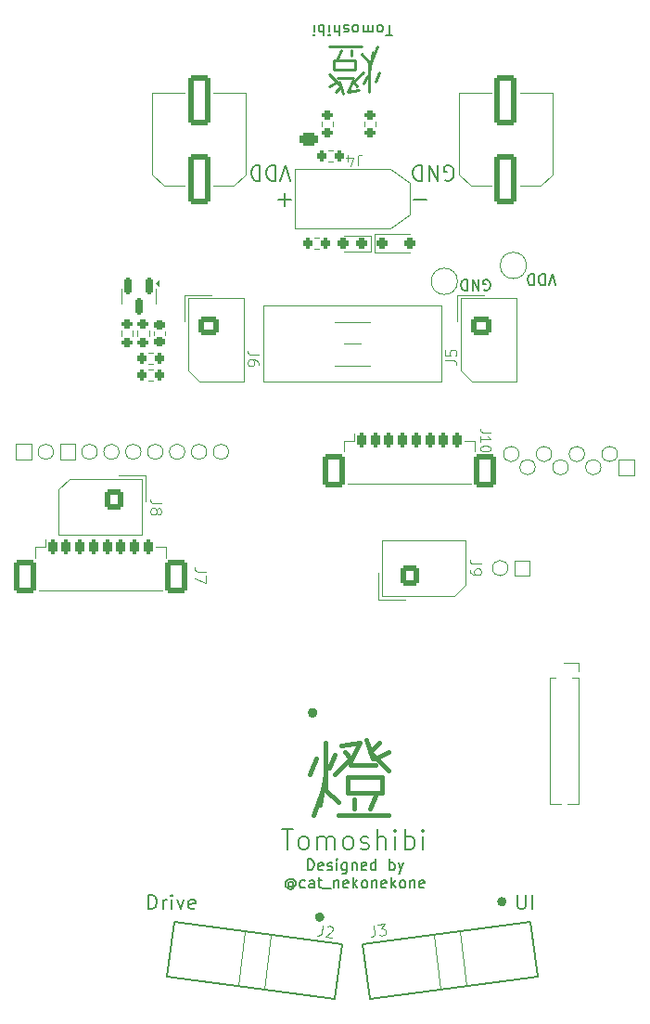
<source format=gbr>
%TF.GenerationSoftware,KiCad,Pcbnew,7.0.11*%
%TF.CreationDate,2025-06-25T00:44:36+09:00*%
%TF.ProjectId,1stLayer_Power,3173744c-6179-4657-925f-506f7765722e,rev?*%
%TF.SameCoordinates,Original*%
%TF.FileFunction,Legend,Top*%
%TF.FilePolarity,Positive*%
%FSLAX46Y46*%
G04 Gerber Fmt 4.6, Leading zero omitted, Abs format (unit mm)*
G04 Created by KiCad (PCBNEW 7.0.11) date 2025-06-25 00:44:36*
%MOMM*%
%LPD*%
G01*
G04 APERTURE LIST*
G04 Aperture macros list*
%AMRoundRect*
0 Rectangle with rounded corners*
0 $1 Rounding radius*
0 $2 $3 $4 $5 $6 $7 $8 $9 X,Y pos of 4 corners*
0 Add a 4 corners polygon primitive as box body*
4,1,4,$2,$3,$4,$5,$6,$7,$8,$9,$2,$3,0*
0 Add four circle primitives for the rounded corners*
1,1,$1+$1,$2,$3*
1,1,$1+$1,$4,$5*
1,1,$1+$1,$6,$7*
1,1,$1+$1,$8,$9*
0 Add four rect primitives between the rounded corners*
20,1,$1+$1,$2,$3,$4,$5,0*
20,1,$1+$1,$4,$5,$6,$7,0*
20,1,$1+$1,$6,$7,$8,$9,0*
20,1,$1+$1,$8,$9,$2,$3,0*%
%AMRotRect*
0 Rectangle, with rotation*
0 The origin of the aperture is its center*
0 $1 length*
0 $2 width*
0 $3 Rotation angle, in degrees counterclockwise*
0 Add horizontal line*
21,1,$1,$2,0,0,$3*%
G04 Aperture macros list end*
%ADD10C,0.180000*%
%ADD11C,0.260000*%
%ADD12C,0.130000*%
%ADD13C,0.210000*%
%ADD14C,0.150000*%
%ADD15C,0.400000*%
%ADD16C,0.120000*%
%ADD17C,0.152400*%
%ADD18C,0.454000*%
%ADD19C,0.508000*%
%ADD20RoundRect,0.250001X0.799999X-1.999999X0.799999X1.999999X-0.799999X1.999999X-0.799999X-1.999999X0*%
%ADD21C,1.000000*%
%ADD22O,1.850000X1.700000*%
%ADD23RoundRect,0.250000X-0.675000X0.600000X-0.675000X-0.600000X0.675000X-0.600000X0.675000X0.600000X0*%
%ADD24O,1.700000X1.850000*%
%ADD25RoundRect,0.250000X0.600000X0.675000X-0.600000X0.675000X-0.600000X-0.675000X0.600000X-0.675000X0*%
%ADD26RotRect,1.000000X1.000000X352.500000*%
%ADD27RoundRect,0.200000X0.275000X-0.200000X0.275000X0.200000X-0.275000X0.200000X-0.275000X-0.200000X0*%
%ADD28RoundRect,0.200000X0.200000X0.275000X-0.200000X0.275000X-0.200000X-0.275000X0.200000X-0.275000X0*%
%ADD29RoundRect,0.237500X0.287500X0.237500X-0.287500X0.237500X-0.287500X-0.237500X0.287500X-0.237500X0*%
%ADD30RoundRect,0.225000X0.250000X-0.225000X0.250000X0.225000X-0.250000X0.225000X-0.250000X-0.225000X0*%
%ADD31RoundRect,0.250001X-0.799999X-1.249999X0.799999X-1.249999X0.799999X1.249999X-0.799999X1.249999X0*%
%ADD32RoundRect,0.200000X-0.200000X-0.450000X0.200000X-0.450000X0.200000X0.450000X-0.200000X0.450000X0*%
%ADD33RoundRect,0.200000X-0.200000X-0.275000X0.200000X-0.275000X0.200000X0.275000X-0.200000X0.275000X0*%
%ADD34R,3.800000X3.800000*%
%ADD35C,3.800000*%
%ADD36R,1.000000X1.000000*%
%ADD37C,2.000000*%
%ADD38O,1.000000X1.000000*%
%ADD39C,2.780000*%
%ADD40RoundRect,0.250000X-0.250000X-0.250000X0.250000X-0.250000X0.250000X0.250000X-0.250000X0.250000X0*%
%ADD41RotRect,1.000000X1.000000X7.500000*%
%ADD42C,0.800000*%
%ADD43C,6.400000*%
%ADD44RoundRect,0.150000X-0.150000X0.587500X-0.150000X-0.587500X0.150000X-0.587500X0.150000X0.587500X0*%
%ADD45RoundRect,0.250000X-0.600000X-0.675000X0.600000X-0.675000X0.600000X0.675000X-0.600000X0.675000X0*%
%ADD46RoundRect,0.300000X-0.550000X0.300000X-0.550000X-0.300000X0.550000X-0.300000X0.550000X0.300000X0*%
%ADD47O,1.700000X1.200000*%
%ADD48O,1.200000X2.800000*%
G04 APERTURE END LIST*
D10*
X123136666Y-64671693D02*
X122670000Y-63271693D01*
X122670000Y-63271693D02*
X122203333Y-64671693D01*
X121736666Y-63271693D02*
X121736666Y-64671693D01*
X121736666Y-64671693D02*
X121403333Y-64671693D01*
X121403333Y-64671693D02*
X121203333Y-64605026D01*
X121203333Y-64605026D02*
X121070000Y-64471693D01*
X121070000Y-64471693D02*
X121003333Y-64338360D01*
X121003333Y-64338360D02*
X120936666Y-64071693D01*
X120936666Y-64071693D02*
X120936666Y-63871693D01*
X120936666Y-63871693D02*
X121003333Y-63605026D01*
X121003333Y-63605026D02*
X121070000Y-63471693D01*
X121070000Y-63471693D02*
X121203333Y-63338360D01*
X121203333Y-63338360D02*
X121403333Y-63271693D01*
X121403333Y-63271693D02*
X121736666Y-63271693D01*
X120336666Y-63271693D02*
X120336666Y-64671693D01*
X120336666Y-64671693D02*
X120003333Y-64671693D01*
X120003333Y-64671693D02*
X119803333Y-64605026D01*
X119803333Y-64605026D02*
X119670000Y-64471693D01*
X119670000Y-64471693D02*
X119603333Y-64338360D01*
X119603333Y-64338360D02*
X119536666Y-64071693D01*
X119536666Y-64071693D02*
X119536666Y-63871693D01*
X119536666Y-63871693D02*
X119603333Y-63605026D01*
X119603333Y-63605026D02*
X119670000Y-63471693D01*
X119670000Y-63471693D02*
X119803333Y-63338360D01*
X119803333Y-63338360D02*
X120003333Y-63271693D01*
X120003333Y-63271693D02*
X120336666Y-63271693D01*
D11*
X128860476Y-55310805D02*
X127412857Y-55310805D01*
X129041428Y-53682234D02*
X127050952Y-53682234D01*
X129584285Y-52415567D02*
X126689047Y-52415567D01*
X129041428Y-54586996D02*
X129041428Y-53682234D01*
X129041428Y-54586996D02*
X127050952Y-54586996D01*
X127050952Y-54586996D02*
X127050952Y-53682234D01*
X130308095Y-56577472D02*
X130308095Y-53863186D01*
X130308095Y-53863186D02*
X129584285Y-53139377D01*
X127774762Y-56034615D02*
X126689047Y-54948900D01*
X126689047Y-56034615D02*
X127412857Y-55672710D01*
X129222381Y-56034615D02*
X128860476Y-55672710D01*
X128860476Y-55672710D02*
X129765238Y-54767948D01*
X127231904Y-56577472D02*
X127774762Y-56034615D01*
X128679523Y-53320329D02*
X128679523Y-52777472D01*
X127955714Y-56758424D02*
X127593809Y-55672710D01*
X127412857Y-53501281D02*
X127774762Y-52777472D01*
X129765238Y-55853662D02*
X130127142Y-55129853D01*
X130489047Y-53863186D02*
X131031904Y-52415567D01*
X129403333Y-56396520D02*
X128317619Y-56577472D01*
X128317619Y-56577472D02*
X128860476Y-55491758D01*
X130850952Y-55672710D02*
X131212857Y-54767948D01*
X130308095Y-54767948D02*
X130670000Y-52958424D01*
D10*
X137236666Y-64605026D02*
X137369999Y-64671693D01*
X137369999Y-64671693D02*
X137569999Y-64671693D01*
X137569999Y-64671693D02*
X137769999Y-64605026D01*
X137769999Y-64605026D02*
X137903333Y-64471693D01*
X137903333Y-64471693D02*
X137969999Y-64338360D01*
X137969999Y-64338360D02*
X138036666Y-64071693D01*
X138036666Y-64071693D02*
X138036666Y-63871693D01*
X138036666Y-63871693D02*
X137969999Y-63605026D01*
X137969999Y-63605026D02*
X137903333Y-63471693D01*
X137903333Y-63471693D02*
X137769999Y-63338360D01*
X137769999Y-63338360D02*
X137569999Y-63271693D01*
X137569999Y-63271693D02*
X137436666Y-63271693D01*
X137436666Y-63271693D02*
X137236666Y-63338360D01*
X137236666Y-63338360D02*
X137169999Y-63405026D01*
X137169999Y-63405026D02*
X137169999Y-63871693D01*
X137169999Y-63871693D02*
X137436666Y-63871693D01*
X136569999Y-63271693D02*
X136569999Y-64671693D01*
X136569999Y-64671693D02*
X135769999Y-63271693D01*
X135769999Y-63271693D02*
X135769999Y-64671693D01*
X135103332Y-63271693D02*
X135103332Y-64671693D01*
X135103332Y-64671693D02*
X134769999Y-64671693D01*
X134769999Y-64671693D02*
X134569999Y-64605026D01*
X134569999Y-64605026D02*
X134436666Y-64471693D01*
X134436666Y-64471693D02*
X134369999Y-64338360D01*
X134369999Y-64338360D02*
X134303332Y-64071693D01*
X134303332Y-64071693D02*
X134303332Y-63871693D01*
X134303332Y-63871693D02*
X134369999Y-63605026D01*
X134369999Y-63605026D02*
X134436666Y-63471693D01*
X134436666Y-63471693D02*
X134569999Y-63338360D01*
X134569999Y-63338360D02*
X134769999Y-63271693D01*
X134769999Y-63271693D02*
X135103332Y-63271693D01*
D12*
X140781904Y-74656521D02*
X140877142Y-74704140D01*
X140877142Y-74704140D02*
X141019999Y-74704140D01*
X141019999Y-74704140D02*
X141162856Y-74656521D01*
X141162856Y-74656521D02*
X141258094Y-74561283D01*
X141258094Y-74561283D02*
X141305713Y-74466045D01*
X141305713Y-74466045D02*
X141353332Y-74275569D01*
X141353332Y-74275569D02*
X141353332Y-74132712D01*
X141353332Y-74132712D02*
X141305713Y-73942236D01*
X141305713Y-73942236D02*
X141258094Y-73846998D01*
X141258094Y-73846998D02*
X141162856Y-73751760D01*
X141162856Y-73751760D02*
X141019999Y-73704140D01*
X141019999Y-73704140D02*
X140924761Y-73704140D01*
X140924761Y-73704140D02*
X140781904Y-73751760D01*
X140781904Y-73751760D02*
X140734285Y-73799379D01*
X140734285Y-73799379D02*
X140734285Y-74132712D01*
X140734285Y-74132712D02*
X140924761Y-74132712D01*
X140305713Y-73704140D02*
X140305713Y-74704140D01*
X140305713Y-74704140D02*
X139734285Y-73704140D01*
X139734285Y-73704140D02*
X139734285Y-74704140D01*
X139258094Y-73704140D02*
X139258094Y-74704140D01*
X139258094Y-74704140D02*
X139019999Y-74704140D01*
X139019999Y-74704140D02*
X138877142Y-74656521D01*
X138877142Y-74656521D02*
X138781904Y-74561283D01*
X138781904Y-74561283D02*
X138734285Y-74466045D01*
X138734285Y-74466045D02*
X138686666Y-74275569D01*
X138686666Y-74275569D02*
X138686666Y-74132712D01*
X138686666Y-74132712D02*
X138734285Y-73942236D01*
X138734285Y-73942236D02*
X138781904Y-73846998D01*
X138781904Y-73846998D02*
X138877142Y-73751760D01*
X138877142Y-73751760D02*
X139019999Y-73704140D01*
X139019999Y-73704140D02*
X139258094Y-73704140D01*
D13*
X122332857Y-123851794D02*
X123361429Y-123851794D01*
X122847143Y-125651794D02*
X122847143Y-123851794D01*
X124218572Y-125651794D02*
X124047143Y-125566080D01*
X124047143Y-125566080D02*
X123961429Y-125480365D01*
X123961429Y-125480365D02*
X123875715Y-125308937D01*
X123875715Y-125308937D02*
X123875715Y-124794651D01*
X123875715Y-124794651D02*
X123961429Y-124623222D01*
X123961429Y-124623222D02*
X124047143Y-124537508D01*
X124047143Y-124537508D02*
X124218572Y-124451794D01*
X124218572Y-124451794D02*
X124475715Y-124451794D01*
X124475715Y-124451794D02*
X124647143Y-124537508D01*
X124647143Y-124537508D02*
X124732858Y-124623222D01*
X124732858Y-124623222D02*
X124818572Y-124794651D01*
X124818572Y-124794651D02*
X124818572Y-125308937D01*
X124818572Y-125308937D02*
X124732858Y-125480365D01*
X124732858Y-125480365D02*
X124647143Y-125566080D01*
X124647143Y-125566080D02*
X124475715Y-125651794D01*
X124475715Y-125651794D02*
X124218572Y-125651794D01*
X125590000Y-125651794D02*
X125590000Y-124451794D01*
X125590000Y-124623222D02*
X125675714Y-124537508D01*
X125675714Y-124537508D02*
X125847143Y-124451794D01*
X125847143Y-124451794D02*
X126104286Y-124451794D01*
X126104286Y-124451794D02*
X126275714Y-124537508D01*
X126275714Y-124537508D02*
X126361429Y-124708937D01*
X126361429Y-124708937D02*
X126361429Y-125651794D01*
X126361429Y-124708937D02*
X126447143Y-124537508D01*
X126447143Y-124537508D02*
X126618571Y-124451794D01*
X126618571Y-124451794D02*
X126875714Y-124451794D01*
X126875714Y-124451794D02*
X127047143Y-124537508D01*
X127047143Y-124537508D02*
X127132857Y-124708937D01*
X127132857Y-124708937D02*
X127132857Y-125651794D01*
X128247143Y-125651794D02*
X128075714Y-125566080D01*
X128075714Y-125566080D02*
X127990000Y-125480365D01*
X127990000Y-125480365D02*
X127904286Y-125308937D01*
X127904286Y-125308937D02*
X127904286Y-124794651D01*
X127904286Y-124794651D02*
X127990000Y-124623222D01*
X127990000Y-124623222D02*
X128075714Y-124537508D01*
X128075714Y-124537508D02*
X128247143Y-124451794D01*
X128247143Y-124451794D02*
X128504286Y-124451794D01*
X128504286Y-124451794D02*
X128675714Y-124537508D01*
X128675714Y-124537508D02*
X128761429Y-124623222D01*
X128761429Y-124623222D02*
X128847143Y-124794651D01*
X128847143Y-124794651D02*
X128847143Y-125308937D01*
X128847143Y-125308937D02*
X128761429Y-125480365D01*
X128761429Y-125480365D02*
X128675714Y-125566080D01*
X128675714Y-125566080D02*
X128504286Y-125651794D01*
X128504286Y-125651794D02*
X128247143Y-125651794D01*
X129532857Y-125566080D02*
X129704285Y-125651794D01*
X129704285Y-125651794D02*
X130047142Y-125651794D01*
X130047142Y-125651794D02*
X130218571Y-125566080D01*
X130218571Y-125566080D02*
X130304285Y-125394651D01*
X130304285Y-125394651D02*
X130304285Y-125308937D01*
X130304285Y-125308937D02*
X130218571Y-125137508D01*
X130218571Y-125137508D02*
X130047142Y-125051794D01*
X130047142Y-125051794D02*
X129790000Y-125051794D01*
X129790000Y-125051794D02*
X129618571Y-124966080D01*
X129618571Y-124966080D02*
X129532857Y-124794651D01*
X129532857Y-124794651D02*
X129532857Y-124708937D01*
X129532857Y-124708937D02*
X129618571Y-124537508D01*
X129618571Y-124537508D02*
X129790000Y-124451794D01*
X129790000Y-124451794D02*
X130047142Y-124451794D01*
X130047142Y-124451794D02*
X130218571Y-124537508D01*
X131075714Y-125651794D02*
X131075714Y-123851794D01*
X131847143Y-125651794D02*
X131847143Y-124708937D01*
X131847143Y-124708937D02*
X131761428Y-124537508D01*
X131761428Y-124537508D02*
X131590000Y-124451794D01*
X131590000Y-124451794D02*
X131332857Y-124451794D01*
X131332857Y-124451794D02*
X131161428Y-124537508D01*
X131161428Y-124537508D02*
X131075714Y-124623222D01*
X132704285Y-125651794D02*
X132704285Y-124451794D01*
X132704285Y-123851794D02*
X132618571Y-123937508D01*
X132618571Y-123937508D02*
X132704285Y-124023222D01*
X132704285Y-124023222D02*
X132789999Y-123937508D01*
X132789999Y-123937508D02*
X132704285Y-123851794D01*
X132704285Y-123851794D02*
X132704285Y-124023222D01*
X133561428Y-125651794D02*
X133561428Y-123851794D01*
X133561428Y-124537508D02*
X133732857Y-124451794D01*
X133732857Y-124451794D02*
X134075714Y-124451794D01*
X134075714Y-124451794D02*
X134247142Y-124537508D01*
X134247142Y-124537508D02*
X134332857Y-124623222D01*
X134332857Y-124623222D02*
X134418571Y-124794651D01*
X134418571Y-124794651D02*
X134418571Y-125308937D01*
X134418571Y-125308937D02*
X134332857Y-125480365D01*
X134332857Y-125480365D02*
X134247142Y-125566080D01*
X134247142Y-125566080D02*
X134075714Y-125651794D01*
X134075714Y-125651794D02*
X133732857Y-125651794D01*
X133732857Y-125651794D02*
X133561428Y-125566080D01*
X135189999Y-125651794D02*
X135189999Y-124451794D01*
X135189999Y-123851794D02*
X135104285Y-123937508D01*
X135104285Y-123937508D02*
X135189999Y-124023222D01*
X135189999Y-124023222D02*
X135275713Y-123937508D01*
X135275713Y-123937508D02*
X135189999Y-123851794D01*
X135189999Y-123851794D02*
X135189999Y-124023222D01*
D10*
X143839047Y-129802044D02*
X143839047Y-130854425D01*
X143839047Y-130854425D02*
X143900952Y-130978235D01*
X143900952Y-130978235D02*
X143962857Y-131040140D01*
X143962857Y-131040140D02*
X144086666Y-131102044D01*
X144086666Y-131102044D02*
X144334285Y-131102044D01*
X144334285Y-131102044D02*
X144458095Y-131040140D01*
X144458095Y-131040140D02*
X144520000Y-130978235D01*
X144520000Y-130978235D02*
X144581904Y-130854425D01*
X144581904Y-130854425D02*
X144581904Y-129802044D01*
X145200952Y-131102044D02*
X145200952Y-129802044D01*
D14*
X132412856Y-51455180D02*
X131841428Y-51455180D01*
X132127142Y-50455180D02*
X132127142Y-51455180D01*
X131365237Y-50455180D02*
X131460475Y-50502800D01*
X131460475Y-50502800D02*
X131508094Y-50550419D01*
X131508094Y-50550419D02*
X131555713Y-50645657D01*
X131555713Y-50645657D02*
X131555713Y-50931371D01*
X131555713Y-50931371D02*
X131508094Y-51026609D01*
X131508094Y-51026609D02*
X131460475Y-51074228D01*
X131460475Y-51074228D02*
X131365237Y-51121847D01*
X131365237Y-51121847D02*
X131222380Y-51121847D01*
X131222380Y-51121847D02*
X131127142Y-51074228D01*
X131127142Y-51074228D02*
X131079523Y-51026609D01*
X131079523Y-51026609D02*
X131031904Y-50931371D01*
X131031904Y-50931371D02*
X131031904Y-50645657D01*
X131031904Y-50645657D02*
X131079523Y-50550419D01*
X131079523Y-50550419D02*
X131127142Y-50502800D01*
X131127142Y-50502800D02*
X131222380Y-50455180D01*
X131222380Y-50455180D02*
X131365237Y-50455180D01*
X130603332Y-50455180D02*
X130603332Y-51121847D01*
X130603332Y-51026609D02*
X130555713Y-51074228D01*
X130555713Y-51074228D02*
X130460475Y-51121847D01*
X130460475Y-51121847D02*
X130317618Y-51121847D01*
X130317618Y-51121847D02*
X130222380Y-51074228D01*
X130222380Y-51074228D02*
X130174761Y-50978990D01*
X130174761Y-50978990D02*
X130174761Y-50455180D01*
X130174761Y-50978990D02*
X130127142Y-51074228D01*
X130127142Y-51074228D02*
X130031904Y-51121847D01*
X130031904Y-51121847D02*
X129889047Y-51121847D01*
X129889047Y-51121847D02*
X129793808Y-51074228D01*
X129793808Y-51074228D02*
X129746189Y-50978990D01*
X129746189Y-50978990D02*
X129746189Y-50455180D01*
X129127142Y-50455180D02*
X129222380Y-50502800D01*
X129222380Y-50502800D02*
X129269999Y-50550419D01*
X129269999Y-50550419D02*
X129317618Y-50645657D01*
X129317618Y-50645657D02*
X129317618Y-50931371D01*
X129317618Y-50931371D02*
X129269999Y-51026609D01*
X129269999Y-51026609D02*
X129222380Y-51074228D01*
X129222380Y-51074228D02*
X129127142Y-51121847D01*
X129127142Y-51121847D02*
X128984285Y-51121847D01*
X128984285Y-51121847D02*
X128889047Y-51074228D01*
X128889047Y-51074228D02*
X128841428Y-51026609D01*
X128841428Y-51026609D02*
X128793809Y-50931371D01*
X128793809Y-50931371D02*
X128793809Y-50645657D01*
X128793809Y-50645657D02*
X128841428Y-50550419D01*
X128841428Y-50550419D02*
X128889047Y-50502800D01*
X128889047Y-50502800D02*
X128984285Y-50455180D01*
X128984285Y-50455180D02*
X129127142Y-50455180D01*
X128412856Y-50502800D02*
X128317618Y-50455180D01*
X128317618Y-50455180D02*
X128127142Y-50455180D01*
X128127142Y-50455180D02*
X128031904Y-50502800D01*
X128031904Y-50502800D02*
X127984285Y-50598038D01*
X127984285Y-50598038D02*
X127984285Y-50645657D01*
X127984285Y-50645657D02*
X128031904Y-50740895D01*
X128031904Y-50740895D02*
X128127142Y-50788514D01*
X128127142Y-50788514D02*
X128269999Y-50788514D01*
X128269999Y-50788514D02*
X128365237Y-50836133D01*
X128365237Y-50836133D02*
X128412856Y-50931371D01*
X128412856Y-50931371D02*
X128412856Y-50978990D01*
X128412856Y-50978990D02*
X128365237Y-51074228D01*
X128365237Y-51074228D02*
X128269999Y-51121847D01*
X128269999Y-51121847D02*
X128127142Y-51121847D01*
X128127142Y-51121847D02*
X128031904Y-51074228D01*
X127555713Y-50455180D02*
X127555713Y-51455180D01*
X127127142Y-50455180D02*
X127127142Y-50978990D01*
X127127142Y-50978990D02*
X127174761Y-51074228D01*
X127174761Y-51074228D02*
X127269999Y-51121847D01*
X127269999Y-51121847D02*
X127412856Y-51121847D01*
X127412856Y-51121847D02*
X127508094Y-51074228D01*
X127508094Y-51074228D02*
X127555713Y-51026609D01*
X126650951Y-50455180D02*
X126650951Y-51121847D01*
X126650951Y-51455180D02*
X126698570Y-51407561D01*
X126698570Y-51407561D02*
X126650951Y-51359942D01*
X126650951Y-51359942D02*
X126603332Y-51407561D01*
X126603332Y-51407561D02*
X126650951Y-51455180D01*
X126650951Y-51455180D02*
X126650951Y-51359942D01*
X126174761Y-50455180D02*
X126174761Y-51455180D01*
X126174761Y-51074228D02*
X126079523Y-51121847D01*
X126079523Y-51121847D02*
X125889047Y-51121847D01*
X125889047Y-51121847D02*
X125793809Y-51074228D01*
X125793809Y-51074228D02*
X125746190Y-51026609D01*
X125746190Y-51026609D02*
X125698571Y-50931371D01*
X125698571Y-50931371D02*
X125698571Y-50645657D01*
X125698571Y-50645657D02*
X125746190Y-50550419D01*
X125746190Y-50550419D02*
X125793809Y-50502800D01*
X125793809Y-50502800D02*
X125889047Y-50455180D01*
X125889047Y-50455180D02*
X126079523Y-50455180D01*
X126079523Y-50455180D02*
X126174761Y-50502800D01*
X125269999Y-50455180D02*
X125269999Y-51121847D01*
X125269999Y-51455180D02*
X125317618Y-51407561D01*
X125317618Y-51407561D02*
X125269999Y-51359942D01*
X125269999Y-51359942D02*
X125222380Y-51407561D01*
X125222380Y-51407561D02*
X125269999Y-51455180D01*
X125269999Y-51455180D02*
X125269999Y-51359942D01*
D12*
X147353332Y-74204140D02*
X147019999Y-73204140D01*
X147019999Y-73204140D02*
X146686666Y-74204140D01*
X146353332Y-73204140D02*
X146353332Y-74204140D01*
X146353332Y-74204140D02*
X146115237Y-74204140D01*
X146115237Y-74204140D02*
X145972380Y-74156521D01*
X145972380Y-74156521D02*
X145877142Y-74061283D01*
X145877142Y-74061283D02*
X145829523Y-73966045D01*
X145829523Y-73966045D02*
X145781904Y-73775569D01*
X145781904Y-73775569D02*
X145781904Y-73632712D01*
X145781904Y-73632712D02*
X145829523Y-73442236D01*
X145829523Y-73442236D02*
X145877142Y-73346998D01*
X145877142Y-73346998D02*
X145972380Y-73251760D01*
X145972380Y-73251760D02*
X146115237Y-73204140D01*
X146115237Y-73204140D02*
X146353332Y-73204140D01*
X145353332Y-73204140D02*
X145353332Y-74204140D01*
X145353332Y-74204140D02*
X145115237Y-74204140D01*
X145115237Y-74204140D02*
X144972380Y-74156521D01*
X144972380Y-74156521D02*
X144877142Y-74061283D01*
X144877142Y-74061283D02*
X144829523Y-73966045D01*
X144829523Y-73966045D02*
X144781904Y-73775569D01*
X144781904Y-73775569D02*
X144781904Y-73632712D01*
X144781904Y-73632712D02*
X144829523Y-73442236D01*
X144829523Y-73442236D02*
X144877142Y-73346998D01*
X144877142Y-73346998D02*
X144972380Y-73251760D01*
X144972380Y-73251760D02*
X145115237Y-73204140D01*
X145115237Y-73204140D02*
X145353332Y-73204140D01*
D15*
X128627143Y-117933485D02*
X130912857Y-117933485D01*
X128341429Y-120504914D02*
X131484286Y-120504914D01*
X127484286Y-122504914D02*
X132055714Y-122504914D01*
X128341429Y-119076342D02*
X128341429Y-120504914D01*
X128341429Y-119076342D02*
X131484286Y-119076342D01*
X131484286Y-119076342D02*
X131484286Y-120504914D01*
X126341429Y-115933485D02*
X126341429Y-120219200D01*
X126341429Y-120219200D02*
X127484286Y-121362057D01*
X130341429Y-116790628D02*
X132055714Y-118504914D01*
X132055714Y-116790628D02*
X130912857Y-117362057D01*
X128055714Y-116790628D02*
X128627143Y-117362057D01*
X128627143Y-117362057D02*
X127198571Y-118790628D01*
X131198571Y-115933485D02*
X130341429Y-116790628D01*
X128912857Y-121076342D02*
X128912857Y-121933485D01*
X130055714Y-115647771D02*
X130627143Y-117362057D01*
X130912857Y-120790628D02*
X130341429Y-121933485D01*
X127198571Y-117076342D02*
X126627143Y-118219200D01*
X126055714Y-120219200D02*
X125198571Y-122504914D01*
X127770000Y-116219200D02*
X129484286Y-115933485D01*
X129484286Y-115933485D02*
X128627143Y-117647771D01*
X125484286Y-117362057D02*
X124912857Y-118790628D01*
X126341429Y-118790628D02*
X125770000Y-121647771D01*
D10*
X110165237Y-131102044D02*
X110165237Y-129802044D01*
X110165237Y-129802044D02*
X110474761Y-129802044D01*
X110474761Y-129802044D02*
X110660475Y-129863949D01*
X110660475Y-129863949D02*
X110784285Y-129987759D01*
X110784285Y-129987759D02*
X110846190Y-130111568D01*
X110846190Y-130111568D02*
X110908094Y-130359187D01*
X110908094Y-130359187D02*
X110908094Y-130544901D01*
X110908094Y-130544901D02*
X110846190Y-130792520D01*
X110846190Y-130792520D02*
X110784285Y-130916330D01*
X110784285Y-130916330D02*
X110660475Y-131040140D01*
X110660475Y-131040140D02*
X110474761Y-131102044D01*
X110474761Y-131102044D02*
X110165237Y-131102044D01*
X111465237Y-131102044D02*
X111465237Y-130235378D01*
X111465237Y-130482997D02*
X111527142Y-130359187D01*
X111527142Y-130359187D02*
X111589047Y-130297282D01*
X111589047Y-130297282D02*
X111712856Y-130235378D01*
X111712856Y-130235378D02*
X111836666Y-130235378D01*
X112269999Y-131102044D02*
X112269999Y-130235378D01*
X112269999Y-129802044D02*
X112208095Y-129863949D01*
X112208095Y-129863949D02*
X112269999Y-129925854D01*
X112269999Y-129925854D02*
X112331904Y-129863949D01*
X112331904Y-129863949D02*
X112269999Y-129802044D01*
X112269999Y-129802044D02*
X112269999Y-129925854D01*
X112765238Y-130235378D02*
X113074762Y-131102044D01*
X113074762Y-131102044D02*
X113384285Y-130235378D01*
X114374761Y-131040140D02*
X114250952Y-131102044D01*
X114250952Y-131102044D02*
X114003333Y-131102044D01*
X114003333Y-131102044D02*
X113879523Y-131040140D01*
X113879523Y-131040140D02*
X113817619Y-130916330D01*
X113817619Y-130916330D02*
X113817619Y-130421092D01*
X113817619Y-130421092D02*
X113879523Y-130297282D01*
X113879523Y-130297282D02*
X114003333Y-130235378D01*
X114003333Y-130235378D02*
X114250952Y-130235378D01*
X114250952Y-130235378D02*
X114374761Y-130297282D01*
X114374761Y-130297282D02*
X114436666Y-130421092D01*
X114436666Y-130421092D02*
X114436666Y-130544901D01*
X114436666Y-130544901D02*
X113817619Y-130668711D01*
D12*
X124686666Y-127560859D02*
X124686666Y-126560859D01*
X124686666Y-126560859D02*
X124924761Y-126560859D01*
X124924761Y-126560859D02*
X125067618Y-126608478D01*
X125067618Y-126608478D02*
X125162856Y-126703716D01*
X125162856Y-126703716D02*
X125210475Y-126798954D01*
X125210475Y-126798954D02*
X125258094Y-126989430D01*
X125258094Y-126989430D02*
X125258094Y-127132287D01*
X125258094Y-127132287D02*
X125210475Y-127322763D01*
X125210475Y-127322763D02*
X125162856Y-127418001D01*
X125162856Y-127418001D02*
X125067618Y-127513240D01*
X125067618Y-127513240D02*
X124924761Y-127560859D01*
X124924761Y-127560859D02*
X124686666Y-127560859D01*
X126067618Y-127513240D02*
X125972380Y-127560859D01*
X125972380Y-127560859D02*
X125781904Y-127560859D01*
X125781904Y-127560859D02*
X125686666Y-127513240D01*
X125686666Y-127513240D02*
X125639047Y-127418001D01*
X125639047Y-127418001D02*
X125639047Y-127037049D01*
X125639047Y-127037049D02*
X125686666Y-126941811D01*
X125686666Y-126941811D02*
X125781904Y-126894192D01*
X125781904Y-126894192D02*
X125972380Y-126894192D01*
X125972380Y-126894192D02*
X126067618Y-126941811D01*
X126067618Y-126941811D02*
X126115237Y-127037049D01*
X126115237Y-127037049D02*
X126115237Y-127132287D01*
X126115237Y-127132287D02*
X125639047Y-127227525D01*
X126496190Y-127513240D02*
X126591428Y-127560859D01*
X126591428Y-127560859D02*
X126781904Y-127560859D01*
X126781904Y-127560859D02*
X126877142Y-127513240D01*
X126877142Y-127513240D02*
X126924761Y-127418001D01*
X126924761Y-127418001D02*
X126924761Y-127370382D01*
X126924761Y-127370382D02*
X126877142Y-127275144D01*
X126877142Y-127275144D02*
X126781904Y-127227525D01*
X126781904Y-127227525D02*
X126639047Y-127227525D01*
X126639047Y-127227525D02*
X126543809Y-127179906D01*
X126543809Y-127179906D02*
X126496190Y-127084668D01*
X126496190Y-127084668D02*
X126496190Y-127037049D01*
X126496190Y-127037049D02*
X126543809Y-126941811D01*
X126543809Y-126941811D02*
X126639047Y-126894192D01*
X126639047Y-126894192D02*
X126781904Y-126894192D01*
X126781904Y-126894192D02*
X126877142Y-126941811D01*
X127353333Y-127560859D02*
X127353333Y-126894192D01*
X127353333Y-126560859D02*
X127305714Y-126608478D01*
X127305714Y-126608478D02*
X127353333Y-126656097D01*
X127353333Y-126656097D02*
X127400952Y-126608478D01*
X127400952Y-126608478D02*
X127353333Y-126560859D01*
X127353333Y-126560859D02*
X127353333Y-126656097D01*
X128258094Y-126894192D02*
X128258094Y-127703716D01*
X128258094Y-127703716D02*
X128210475Y-127798954D01*
X128210475Y-127798954D02*
X128162856Y-127846573D01*
X128162856Y-127846573D02*
X128067618Y-127894192D01*
X128067618Y-127894192D02*
X127924761Y-127894192D01*
X127924761Y-127894192D02*
X127829523Y-127846573D01*
X128258094Y-127513240D02*
X128162856Y-127560859D01*
X128162856Y-127560859D02*
X127972380Y-127560859D01*
X127972380Y-127560859D02*
X127877142Y-127513240D01*
X127877142Y-127513240D02*
X127829523Y-127465620D01*
X127829523Y-127465620D02*
X127781904Y-127370382D01*
X127781904Y-127370382D02*
X127781904Y-127084668D01*
X127781904Y-127084668D02*
X127829523Y-126989430D01*
X127829523Y-126989430D02*
X127877142Y-126941811D01*
X127877142Y-126941811D02*
X127972380Y-126894192D01*
X127972380Y-126894192D02*
X128162856Y-126894192D01*
X128162856Y-126894192D02*
X128258094Y-126941811D01*
X128734285Y-126894192D02*
X128734285Y-127560859D01*
X128734285Y-126989430D02*
X128781904Y-126941811D01*
X128781904Y-126941811D02*
X128877142Y-126894192D01*
X128877142Y-126894192D02*
X129019999Y-126894192D01*
X129019999Y-126894192D02*
X129115237Y-126941811D01*
X129115237Y-126941811D02*
X129162856Y-127037049D01*
X129162856Y-127037049D02*
X129162856Y-127560859D01*
X130019999Y-127513240D02*
X129924761Y-127560859D01*
X129924761Y-127560859D02*
X129734285Y-127560859D01*
X129734285Y-127560859D02*
X129639047Y-127513240D01*
X129639047Y-127513240D02*
X129591428Y-127418001D01*
X129591428Y-127418001D02*
X129591428Y-127037049D01*
X129591428Y-127037049D02*
X129639047Y-126941811D01*
X129639047Y-126941811D02*
X129734285Y-126894192D01*
X129734285Y-126894192D02*
X129924761Y-126894192D01*
X129924761Y-126894192D02*
X130019999Y-126941811D01*
X130019999Y-126941811D02*
X130067618Y-127037049D01*
X130067618Y-127037049D02*
X130067618Y-127132287D01*
X130067618Y-127132287D02*
X129591428Y-127227525D01*
X130924761Y-127560859D02*
X130924761Y-126560859D01*
X130924761Y-127513240D02*
X130829523Y-127560859D01*
X130829523Y-127560859D02*
X130639047Y-127560859D01*
X130639047Y-127560859D02*
X130543809Y-127513240D01*
X130543809Y-127513240D02*
X130496190Y-127465620D01*
X130496190Y-127465620D02*
X130448571Y-127370382D01*
X130448571Y-127370382D02*
X130448571Y-127084668D01*
X130448571Y-127084668D02*
X130496190Y-126989430D01*
X130496190Y-126989430D02*
X130543809Y-126941811D01*
X130543809Y-126941811D02*
X130639047Y-126894192D01*
X130639047Y-126894192D02*
X130829523Y-126894192D01*
X130829523Y-126894192D02*
X130924761Y-126941811D01*
X132162857Y-127560859D02*
X132162857Y-126560859D01*
X132162857Y-126941811D02*
X132258095Y-126894192D01*
X132258095Y-126894192D02*
X132448571Y-126894192D01*
X132448571Y-126894192D02*
X132543809Y-126941811D01*
X132543809Y-126941811D02*
X132591428Y-126989430D01*
X132591428Y-126989430D02*
X132639047Y-127084668D01*
X132639047Y-127084668D02*
X132639047Y-127370382D01*
X132639047Y-127370382D02*
X132591428Y-127465620D01*
X132591428Y-127465620D02*
X132543809Y-127513240D01*
X132543809Y-127513240D02*
X132448571Y-127560859D01*
X132448571Y-127560859D02*
X132258095Y-127560859D01*
X132258095Y-127560859D02*
X132162857Y-127513240D01*
X132972381Y-126894192D02*
X133210476Y-127560859D01*
X133448571Y-126894192D02*
X133210476Y-127560859D01*
X133210476Y-127560859D02*
X133115238Y-127798954D01*
X133115238Y-127798954D02*
X133067619Y-127846573D01*
X133067619Y-127846573D02*
X132972381Y-127894192D01*
X123329522Y-128694668D02*
X123281903Y-128647049D01*
X123281903Y-128647049D02*
X123186665Y-128599430D01*
X123186665Y-128599430D02*
X123091427Y-128599430D01*
X123091427Y-128599430D02*
X122996189Y-128647049D01*
X122996189Y-128647049D02*
X122948570Y-128694668D01*
X122948570Y-128694668D02*
X122900951Y-128789906D01*
X122900951Y-128789906D02*
X122900951Y-128885144D01*
X122900951Y-128885144D02*
X122948570Y-128980382D01*
X122948570Y-128980382D02*
X122996189Y-129028001D01*
X122996189Y-129028001D02*
X123091427Y-129075620D01*
X123091427Y-129075620D02*
X123186665Y-129075620D01*
X123186665Y-129075620D02*
X123281903Y-129028001D01*
X123281903Y-129028001D02*
X123329522Y-128980382D01*
X123329522Y-128599430D02*
X123329522Y-128980382D01*
X123329522Y-128980382D02*
X123377141Y-129028001D01*
X123377141Y-129028001D02*
X123424760Y-129028001D01*
X123424760Y-129028001D02*
X123519999Y-128980382D01*
X123519999Y-128980382D02*
X123567618Y-128885144D01*
X123567618Y-128885144D02*
X123567618Y-128647049D01*
X123567618Y-128647049D02*
X123472380Y-128504192D01*
X123472380Y-128504192D02*
X123329522Y-128408954D01*
X123329522Y-128408954D02*
X123139046Y-128361335D01*
X123139046Y-128361335D02*
X122948570Y-128408954D01*
X122948570Y-128408954D02*
X122805713Y-128504192D01*
X122805713Y-128504192D02*
X122710475Y-128647049D01*
X122710475Y-128647049D02*
X122662856Y-128837525D01*
X122662856Y-128837525D02*
X122710475Y-129028001D01*
X122710475Y-129028001D02*
X122805713Y-129170859D01*
X122805713Y-129170859D02*
X122948570Y-129266097D01*
X122948570Y-129266097D02*
X123139046Y-129313716D01*
X123139046Y-129313716D02*
X123329522Y-129266097D01*
X123329522Y-129266097D02*
X123472380Y-129170859D01*
X124424760Y-129123240D02*
X124329522Y-129170859D01*
X124329522Y-129170859D02*
X124139046Y-129170859D01*
X124139046Y-129170859D02*
X124043808Y-129123240D01*
X124043808Y-129123240D02*
X123996189Y-129075620D01*
X123996189Y-129075620D02*
X123948570Y-128980382D01*
X123948570Y-128980382D02*
X123948570Y-128694668D01*
X123948570Y-128694668D02*
X123996189Y-128599430D01*
X123996189Y-128599430D02*
X124043808Y-128551811D01*
X124043808Y-128551811D02*
X124139046Y-128504192D01*
X124139046Y-128504192D02*
X124329522Y-128504192D01*
X124329522Y-128504192D02*
X124424760Y-128551811D01*
X125281903Y-129170859D02*
X125281903Y-128647049D01*
X125281903Y-128647049D02*
X125234284Y-128551811D01*
X125234284Y-128551811D02*
X125139046Y-128504192D01*
X125139046Y-128504192D02*
X124948570Y-128504192D01*
X124948570Y-128504192D02*
X124853332Y-128551811D01*
X125281903Y-129123240D02*
X125186665Y-129170859D01*
X125186665Y-129170859D02*
X124948570Y-129170859D01*
X124948570Y-129170859D02*
X124853332Y-129123240D01*
X124853332Y-129123240D02*
X124805713Y-129028001D01*
X124805713Y-129028001D02*
X124805713Y-128932763D01*
X124805713Y-128932763D02*
X124853332Y-128837525D01*
X124853332Y-128837525D02*
X124948570Y-128789906D01*
X124948570Y-128789906D02*
X125186665Y-128789906D01*
X125186665Y-128789906D02*
X125281903Y-128742287D01*
X125615237Y-128504192D02*
X125996189Y-128504192D01*
X125758094Y-128170859D02*
X125758094Y-129028001D01*
X125758094Y-129028001D02*
X125805713Y-129123240D01*
X125805713Y-129123240D02*
X125900951Y-129170859D01*
X125900951Y-129170859D02*
X125996189Y-129170859D01*
X126091428Y-129266097D02*
X126853332Y-129266097D01*
X127091428Y-128504192D02*
X127091428Y-129170859D01*
X127091428Y-128599430D02*
X127139047Y-128551811D01*
X127139047Y-128551811D02*
X127234285Y-128504192D01*
X127234285Y-128504192D02*
X127377142Y-128504192D01*
X127377142Y-128504192D02*
X127472380Y-128551811D01*
X127472380Y-128551811D02*
X127519999Y-128647049D01*
X127519999Y-128647049D02*
X127519999Y-129170859D01*
X128377142Y-129123240D02*
X128281904Y-129170859D01*
X128281904Y-129170859D02*
X128091428Y-129170859D01*
X128091428Y-129170859D02*
X127996190Y-129123240D01*
X127996190Y-129123240D02*
X127948571Y-129028001D01*
X127948571Y-129028001D02*
X127948571Y-128647049D01*
X127948571Y-128647049D02*
X127996190Y-128551811D01*
X127996190Y-128551811D02*
X128091428Y-128504192D01*
X128091428Y-128504192D02*
X128281904Y-128504192D01*
X128281904Y-128504192D02*
X128377142Y-128551811D01*
X128377142Y-128551811D02*
X128424761Y-128647049D01*
X128424761Y-128647049D02*
X128424761Y-128742287D01*
X128424761Y-128742287D02*
X127948571Y-128837525D01*
X128853333Y-129170859D02*
X128853333Y-128170859D01*
X128948571Y-128789906D02*
X129234285Y-129170859D01*
X129234285Y-128504192D02*
X128853333Y-128885144D01*
X129805714Y-129170859D02*
X129710476Y-129123240D01*
X129710476Y-129123240D02*
X129662857Y-129075620D01*
X129662857Y-129075620D02*
X129615238Y-128980382D01*
X129615238Y-128980382D02*
X129615238Y-128694668D01*
X129615238Y-128694668D02*
X129662857Y-128599430D01*
X129662857Y-128599430D02*
X129710476Y-128551811D01*
X129710476Y-128551811D02*
X129805714Y-128504192D01*
X129805714Y-128504192D02*
X129948571Y-128504192D01*
X129948571Y-128504192D02*
X130043809Y-128551811D01*
X130043809Y-128551811D02*
X130091428Y-128599430D01*
X130091428Y-128599430D02*
X130139047Y-128694668D01*
X130139047Y-128694668D02*
X130139047Y-128980382D01*
X130139047Y-128980382D02*
X130091428Y-129075620D01*
X130091428Y-129075620D02*
X130043809Y-129123240D01*
X130043809Y-129123240D02*
X129948571Y-129170859D01*
X129948571Y-129170859D02*
X129805714Y-129170859D01*
X130567619Y-128504192D02*
X130567619Y-129170859D01*
X130567619Y-128599430D02*
X130615238Y-128551811D01*
X130615238Y-128551811D02*
X130710476Y-128504192D01*
X130710476Y-128504192D02*
X130853333Y-128504192D01*
X130853333Y-128504192D02*
X130948571Y-128551811D01*
X130948571Y-128551811D02*
X130996190Y-128647049D01*
X130996190Y-128647049D02*
X130996190Y-129170859D01*
X131853333Y-129123240D02*
X131758095Y-129170859D01*
X131758095Y-129170859D02*
X131567619Y-129170859D01*
X131567619Y-129170859D02*
X131472381Y-129123240D01*
X131472381Y-129123240D02*
X131424762Y-129028001D01*
X131424762Y-129028001D02*
X131424762Y-128647049D01*
X131424762Y-128647049D02*
X131472381Y-128551811D01*
X131472381Y-128551811D02*
X131567619Y-128504192D01*
X131567619Y-128504192D02*
X131758095Y-128504192D01*
X131758095Y-128504192D02*
X131853333Y-128551811D01*
X131853333Y-128551811D02*
X131900952Y-128647049D01*
X131900952Y-128647049D02*
X131900952Y-128742287D01*
X131900952Y-128742287D02*
X131424762Y-128837525D01*
X132329524Y-129170859D02*
X132329524Y-128170859D01*
X132424762Y-128789906D02*
X132710476Y-129170859D01*
X132710476Y-128504192D02*
X132329524Y-128885144D01*
X133281905Y-129170859D02*
X133186667Y-129123240D01*
X133186667Y-129123240D02*
X133139048Y-129075620D01*
X133139048Y-129075620D02*
X133091429Y-128980382D01*
X133091429Y-128980382D02*
X133091429Y-128694668D01*
X133091429Y-128694668D02*
X133139048Y-128599430D01*
X133139048Y-128599430D02*
X133186667Y-128551811D01*
X133186667Y-128551811D02*
X133281905Y-128504192D01*
X133281905Y-128504192D02*
X133424762Y-128504192D01*
X133424762Y-128504192D02*
X133520000Y-128551811D01*
X133520000Y-128551811D02*
X133567619Y-128599430D01*
X133567619Y-128599430D02*
X133615238Y-128694668D01*
X133615238Y-128694668D02*
X133615238Y-128980382D01*
X133615238Y-128980382D02*
X133567619Y-129075620D01*
X133567619Y-129075620D02*
X133520000Y-129123240D01*
X133520000Y-129123240D02*
X133424762Y-129170859D01*
X133424762Y-129170859D02*
X133281905Y-129170859D01*
X134043810Y-128504192D02*
X134043810Y-129170859D01*
X134043810Y-128599430D02*
X134091429Y-128551811D01*
X134091429Y-128551811D02*
X134186667Y-128504192D01*
X134186667Y-128504192D02*
X134329524Y-128504192D01*
X134329524Y-128504192D02*
X134424762Y-128551811D01*
X134424762Y-128551811D02*
X134472381Y-128647049D01*
X134472381Y-128647049D02*
X134472381Y-129170859D01*
X135329524Y-129123240D02*
X135234286Y-129170859D01*
X135234286Y-129170859D02*
X135043810Y-129170859D01*
X135043810Y-129170859D02*
X134948572Y-129123240D01*
X134948572Y-129123240D02*
X134900953Y-129028001D01*
X134900953Y-129028001D02*
X134900953Y-128647049D01*
X134900953Y-128647049D02*
X134948572Y-128551811D01*
X134948572Y-128551811D02*
X135043810Y-128504192D01*
X135043810Y-128504192D02*
X135234286Y-128504192D01*
X135234286Y-128504192D02*
X135329524Y-128551811D01*
X135329524Y-128551811D02*
X135377143Y-128647049D01*
X135377143Y-128647049D02*
X135377143Y-128742287D01*
X135377143Y-128742287D02*
X134900953Y-128837525D01*
D16*
X137276379Y-81093333D02*
X137990664Y-81093333D01*
X137990664Y-81093333D02*
X138133521Y-81140952D01*
X138133521Y-81140952D02*
X138228760Y-81236190D01*
X138228760Y-81236190D02*
X138276379Y-81379047D01*
X138276379Y-81379047D02*
X138276379Y-81474285D01*
X137276379Y-80140952D02*
X137276379Y-80617142D01*
X137276379Y-80617142D02*
X137752569Y-80664761D01*
X137752569Y-80664761D02*
X137704950Y-80617142D01*
X137704950Y-80617142D02*
X137657331Y-80521904D01*
X137657331Y-80521904D02*
X137657331Y-80283809D01*
X137657331Y-80283809D02*
X137704950Y-80188571D01*
X137704950Y-80188571D02*
X137752569Y-80140952D01*
X137752569Y-80140952D02*
X137847807Y-80093333D01*
X137847807Y-80093333D02*
X138085902Y-80093333D01*
X138085902Y-80093333D02*
X138181140Y-80140952D01*
X138181140Y-80140952D02*
X138228760Y-80188571D01*
X138228760Y-80188571D02*
X138276379Y-80283809D01*
X138276379Y-80283809D02*
X138276379Y-80521904D01*
X138276379Y-80521904D02*
X138228760Y-80617142D01*
X138228760Y-80617142D02*
X138181140Y-80664761D01*
X111313620Y-94126666D02*
X110599335Y-94126666D01*
X110599335Y-94126666D02*
X110456478Y-94079047D01*
X110456478Y-94079047D02*
X110361240Y-93983809D01*
X110361240Y-93983809D02*
X110313620Y-93840952D01*
X110313620Y-93840952D02*
X110313620Y-93745714D01*
X110885049Y-94745714D02*
X110932668Y-94650476D01*
X110932668Y-94650476D02*
X110980287Y-94602857D01*
X110980287Y-94602857D02*
X111075525Y-94555238D01*
X111075525Y-94555238D02*
X111123144Y-94555238D01*
X111123144Y-94555238D02*
X111218382Y-94602857D01*
X111218382Y-94602857D02*
X111266001Y-94650476D01*
X111266001Y-94650476D02*
X111313620Y-94745714D01*
X111313620Y-94745714D02*
X111313620Y-94936190D01*
X111313620Y-94936190D02*
X111266001Y-95031428D01*
X111266001Y-95031428D02*
X111218382Y-95079047D01*
X111218382Y-95079047D02*
X111123144Y-95126666D01*
X111123144Y-95126666D02*
X111075525Y-95126666D01*
X111075525Y-95126666D02*
X110980287Y-95079047D01*
X110980287Y-95079047D02*
X110932668Y-95031428D01*
X110932668Y-95031428D02*
X110885049Y-94936190D01*
X110885049Y-94936190D02*
X110885049Y-94745714D01*
X110885049Y-94745714D02*
X110837430Y-94650476D01*
X110837430Y-94650476D02*
X110789811Y-94602857D01*
X110789811Y-94602857D02*
X110694573Y-94555238D01*
X110694573Y-94555238D02*
X110504097Y-94555238D01*
X110504097Y-94555238D02*
X110408859Y-94602857D01*
X110408859Y-94602857D02*
X110361240Y-94650476D01*
X110361240Y-94650476D02*
X110313620Y-94745714D01*
X110313620Y-94745714D02*
X110313620Y-94936190D01*
X110313620Y-94936190D02*
X110361240Y-95031428D01*
X110361240Y-95031428D02*
X110408859Y-95079047D01*
X110408859Y-95079047D02*
X110504097Y-95126666D01*
X110504097Y-95126666D02*
X110694573Y-95126666D01*
X110694573Y-95126666D02*
X110789811Y-95079047D01*
X110789811Y-95079047D02*
X110837430Y-95031428D01*
X110837430Y-95031428D02*
X110885049Y-94936190D01*
X126060475Y-132577521D02*
X125967242Y-133285695D01*
X125967242Y-133285695D02*
X125901383Y-133421115D01*
X125901383Y-133421115D02*
X125794529Y-133503107D01*
X125794529Y-133503107D02*
X125646678Y-133531672D01*
X125646678Y-133531672D02*
X125552255Y-133519241D01*
X126472949Y-132727884D02*
X126526376Y-132686888D01*
X126526376Y-132686888D02*
X126627015Y-132652107D01*
X126627015Y-132652107D02*
X126863073Y-132683185D01*
X126863073Y-132683185D02*
X126951281Y-132742827D01*
X126951281Y-132742827D02*
X126992277Y-132796255D01*
X126992277Y-132796255D02*
X127027057Y-132896893D01*
X127027057Y-132896893D02*
X127014626Y-132991317D01*
X127014626Y-132991317D02*
X126948768Y-133126736D01*
X126948768Y-133126736D02*
X126307642Y-133618690D01*
X126307642Y-133618690D02*
X126921393Y-133699492D01*
X141413620Y-87631428D02*
X140699335Y-87631428D01*
X140699335Y-87631428D02*
X140556478Y-87588571D01*
X140556478Y-87588571D02*
X140461240Y-87502857D01*
X140461240Y-87502857D02*
X140413620Y-87374285D01*
X140413620Y-87374285D02*
X140413620Y-87288571D01*
X140413620Y-88531428D02*
X140413620Y-88017142D01*
X140413620Y-88274285D02*
X141413620Y-88274285D01*
X141413620Y-88274285D02*
X141270763Y-88188571D01*
X141270763Y-88188571D02*
X141175525Y-88102856D01*
X141175525Y-88102856D02*
X141127906Y-88017142D01*
X141413620Y-89088571D02*
X141413620Y-89174285D01*
X141413620Y-89174285D02*
X141366001Y-89259999D01*
X141366001Y-89259999D02*
X141318382Y-89302857D01*
X141318382Y-89302857D02*
X141223144Y-89345714D01*
X141223144Y-89345714D02*
X141032668Y-89388571D01*
X141032668Y-89388571D02*
X140794573Y-89388571D01*
X140794573Y-89388571D02*
X140604097Y-89345714D01*
X140604097Y-89345714D02*
X140508859Y-89302857D01*
X140508859Y-89302857D02*
X140461240Y-89259999D01*
X140461240Y-89259999D02*
X140413620Y-89174285D01*
X140413620Y-89174285D02*
X140413620Y-89088571D01*
X140413620Y-89088571D02*
X140461240Y-89002857D01*
X140461240Y-89002857D02*
X140508859Y-88959999D01*
X140508859Y-88959999D02*
X140604097Y-88917142D01*
X140604097Y-88917142D02*
X140794573Y-88874285D01*
X140794573Y-88874285D02*
X141032668Y-88874285D01*
X141032668Y-88874285D02*
X141223144Y-88917142D01*
X141223144Y-88917142D02*
X141318382Y-88959999D01*
X141318382Y-88959999D02*
X141366001Y-89002857D01*
X141366001Y-89002857D02*
X141413620Y-89088571D01*
X120213620Y-80576666D02*
X119499335Y-80576666D01*
X119499335Y-80576666D02*
X119356478Y-80529047D01*
X119356478Y-80529047D02*
X119261240Y-80433809D01*
X119261240Y-80433809D02*
X119213620Y-80290952D01*
X119213620Y-80290952D02*
X119213620Y-80195714D01*
X120213620Y-81481428D02*
X120213620Y-81290952D01*
X120213620Y-81290952D02*
X120166001Y-81195714D01*
X120166001Y-81195714D02*
X120118382Y-81148095D01*
X120118382Y-81148095D02*
X119975525Y-81052857D01*
X119975525Y-81052857D02*
X119785049Y-81005238D01*
X119785049Y-81005238D02*
X119404097Y-81005238D01*
X119404097Y-81005238D02*
X119308859Y-81052857D01*
X119308859Y-81052857D02*
X119261240Y-81100476D01*
X119261240Y-81100476D02*
X119213620Y-81195714D01*
X119213620Y-81195714D02*
X119213620Y-81386190D01*
X119213620Y-81386190D02*
X119261240Y-81481428D01*
X119261240Y-81481428D02*
X119308859Y-81529047D01*
X119308859Y-81529047D02*
X119404097Y-81576666D01*
X119404097Y-81576666D02*
X119642192Y-81576666D01*
X119642192Y-81576666D02*
X119737430Y-81529047D01*
X119737430Y-81529047D02*
X119785049Y-81481428D01*
X119785049Y-81481428D02*
X119832668Y-81386190D01*
X119832668Y-81386190D02*
X119832668Y-81195714D01*
X119832668Y-81195714D02*
X119785049Y-81100476D01*
X119785049Y-81100476D02*
X119737430Y-81052857D01*
X119737430Y-81052857D02*
X119642192Y-81005238D01*
X129253333Y-63303620D02*
X129253333Y-62589335D01*
X129253333Y-62589335D02*
X129300952Y-62446478D01*
X129300952Y-62446478D02*
X129396190Y-62351240D01*
X129396190Y-62351240D02*
X129539047Y-62303620D01*
X129539047Y-62303620D02*
X129634285Y-62303620D01*
X128348571Y-62970287D02*
X128348571Y-62303620D01*
X128586666Y-63351240D02*
X128824761Y-62636954D01*
X128824761Y-62636954D02*
X128205714Y-62636954D01*
D14*
X121998571Y-66424700D02*
X123141429Y-66424700D01*
X122570000Y-66996128D02*
X122570000Y-65853271D01*
X134398571Y-66424700D02*
X135541429Y-66424700D01*
D16*
X115363620Y-100326666D02*
X114649335Y-100326666D01*
X114649335Y-100326666D02*
X114506478Y-100279047D01*
X114506478Y-100279047D02*
X114411240Y-100183809D01*
X114411240Y-100183809D02*
X114363620Y-100040952D01*
X114363620Y-100040952D02*
X114363620Y-99945714D01*
X115363620Y-100707619D02*
X115363620Y-101374285D01*
X115363620Y-101374285D02*
X114363620Y-100945714D01*
X130718561Y-132614538D02*
X130811794Y-133322713D01*
X130811794Y-133322713D02*
X130783229Y-133470563D01*
X130783229Y-133470563D02*
X130701237Y-133577418D01*
X130701237Y-133577418D02*
X130565817Y-133643276D01*
X130565817Y-133643276D02*
X130471394Y-133655707D01*
X131096254Y-132564814D02*
X131710006Y-132484012D01*
X131710006Y-132484012D02*
X131429249Y-132905214D01*
X131429249Y-132905214D02*
X131570884Y-132886567D01*
X131570884Y-132886567D02*
X131671523Y-132921348D01*
X131671523Y-132921348D02*
X131724950Y-132962344D01*
X131724950Y-132962344D02*
X131784592Y-133050552D01*
X131784592Y-133050552D02*
X131815670Y-133286610D01*
X131815670Y-133286610D02*
X131780890Y-133387249D01*
X131780890Y-133387249D02*
X131739893Y-133440676D01*
X131739893Y-133440676D02*
X131651686Y-133500319D01*
X131651686Y-133500319D02*
X131368416Y-133537612D01*
X131368416Y-133537612D02*
X131267777Y-133502831D01*
X131267777Y-133502831D02*
X131214350Y-133461835D01*
X140513620Y-99626666D02*
X139799335Y-99626666D01*
X139799335Y-99626666D02*
X139656478Y-99579047D01*
X139656478Y-99579047D02*
X139561240Y-99483809D01*
X139561240Y-99483809D02*
X139513620Y-99340952D01*
X139513620Y-99340952D02*
X139513620Y-99245714D01*
X139513620Y-100150476D02*
X139513620Y-100340952D01*
X139513620Y-100340952D02*
X139561240Y-100436190D01*
X139561240Y-100436190D02*
X139608859Y-100483809D01*
X139608859Y-100483809D02*
X139751716Y-100579047D01*
X139751716Y-100579047D02*
X139942192Y-100626666D01*
X139942192Y-100626666D02*
X140323144Y-100626666D01*
X140323144Y-100626666D02*
X140418382Y-100579047D01*
X140418382Y-100579047D02*
X140466001Y-100531428D01*
X140466001Y-100531428D02*
X140513620Y-100436190D01*
X140513620Y-100436190D02*
X140513620Y-100245714D01*
X140513620Y-100245714D02*
X140466001Y-100150476D01*
X140466001Y-100150476D02*
X140418382Y-100102857D01*
X140418382Y-100102857D02*
X140323144Y-100055238D01*
X140323144Y-100055238D02*
X140085049Y-100055238D01*
X140085049Y-100055238D02*
X139989811Y-100102857D01*
X139989811Y-100102857D02*
X139942192Y-100150476D01*
X139942192Y-100150476D02*
X139894573Y-100245714D01*
X139894573Y-100245714D02*
X139894573Y-100436190D01*
X139894573Y-100436190D02*
X139942192Y-100531428D01*
X139942192Y-100531428D02*
X139989811Y-100579047D01*
X139989811Y-100579047D02*
X140085049Y-100626666D01*
%TO.C,C4*%
X111574437Y-65170000D02*
X113460000Y-65170000D01*
X111574437Y-65170000D02*
X110510000Y-64105563D01*
X117965563Y-65170000D02*
X116080000Y-65170000D01*
X117965563Y-65170000D02*
X119030000Y-64105563D01*
X110510000Y-64105563D02*
X110510000Y-56650000D01*
X119030000Y-64105563D02*
X119030000Y-56650000D01*
X110510000Y-56650000D02*
X113460000Y-56650000D01*
X119030000Y-56650000D02*
X116080000Y-56650000D01*
%TO.C,H12*%
X152970000Y-89610000D02*
G75*
G03*
X151570000Y-89610000I-700000J0D01*
G01*
X151570000Y-89610000D02*
G75*
G03*
X152970000Y-89610000I700000J0D01*
G01*
%TO.C,H17*%
X145470000Y-90810000D02*
G75*
G03*
X144070000Y-90810000I-700000J0D01*
G01*
X144070000Y-90810000D02*
G75*
G03*
X145470000Y-90810000I700000J0D01*
G01*
%TO.C,C1*%
X139574437Y-65170000D02*
X141460000Y-65170000D01*
X139574437Y-65170000D02*
X138510000Y-64105563D01*
X145965563Y-65170000D02*
X144080000Y-65170000D01*
X145965563Y-65170000D02*
X147030000Y-64105563D01*
X138510000Y-64105563D02*
X138510000Y-56650000D01*
X147030000Y-64105563D02*
X147030000Y-56650000D01*
X138510000Y-56650000D02*
X141460000Y-56650000D01*
X147030000Y-56650000D02*
X144080000Y-56650000D01*
%TO.C,J5*%
X139660000Y-83020000D02*
X143780000Y-83020000D01*
X143780000Y-83020000D02*
X143780000Y-75400000D01*
X138660000Y-82020000D02*
X139660000Y-83020000D01*
X138660000Y-75400000D02*
X138660000Y-82020000D01*
X143780000Y-75400000D02*
X138660000Y-75400000D01*
X138360000Y-75100000D02*
X138360000Y-77510000D01*
X140770000Y-75100000D02*
X138360000Y-75100000D01*
%TO.C,J8*%
X101960000Y-92850000D02*
X101960000Y-96970000D01*
X101960000Y-96970000D02*
X109580000Y-96970000D01*
X102960000Y-91850000D02*
X101960000Y-92850000D01*
X109580000Y-91850000D02*
X102960000Y-91850000D01*
X109580000Y-96970000D02*
X109580000Y-91850000D01*
X109880000Y-91550000D02*
X107470000Y-91550000D01*
X109880000Y-93960000D02*
X109880000Y-91550000D01*
D17*
%TO.C,J2*%
X127847277Y-134330988D02*
X112479882Y-132307832D01*
X112476803Y-132308232D02*
X111827251Y-137265056D01*
X127194646Y-139288212D02*
X127847173Y-134331780D01*
D16*
X120700682Y-138433265D02*
X121353313Y-133476041D01*
X118321215Y-138120003D02*
X118973846Y-133162778D01*
D17*
X111827251Y-137265056D02*
X127194646Y-139288212D01*
D18*
X126005762Y-131839679D02*
G75*
G03*
X125551762Y-131839679I-227000J0D01*
G01*
X125551762Y-131839679D02*
G75*
G03*
X126005762Y-131839679I227000J0D01*
G01*
D16*
%TO.C,R6*%
X129847500Y-59747258D02*
X129847500Y-59272742D01*
X130892500Y-59747258D02*
X130892500Y-59272742D01*
%TO.C,R7*%
X110607258Y-82932500D02*
X110132742Y-82932500D01*
X110607258Y-81887500D02*
X110132742Y-81887500D01*
%TO.C,H20*%
X101470000Y-89410000D02*
G75*
G03*
X100070000Y-89410000I-700000J0D01*
G01*
X100070000Y-89410000D02*
G75*
G03*
X101470000Y-89410000I700000J0D01*
G01*
%TO.C,R9*%
X109147500Y-78847258D02*
X109147500Y-78372742D01*
X110192500Y-78847258D02*
X110192500Y-78372742D01*
%TO.C,D3*%
X130430000Y-71145000D02*
X130430000Y-69675000D01*
X130430000Y-69675000D02*
X127970000Y-69675000D01*
X127970000Y-71145000D02*
X130430000Y-71145000D01*
%TO.C,C3*%
X110660000Y-78750580D02*
X110660000Y-78469420D01*
X111680000Y-78750580D02*
X111680000Y-78469420D01*
%TO.C,H10*%
X117470000Y-89410000D02*
G75*
G03*
X116070000Y-89410000I-700000J0D01*
G01*
X116070000Y-89410000D02*
G75*
G03*
X117470000Y-89410000I700000J0D01*
G01*
%TO.C,J10*%
X139955000Y-89350000D02*
X139955000Y-88400000D01*
X139955000Y-88400000D02*
X139005000Y-88400000D01*
X128935000Y-88400000D02*
X128935000Y-87710000D01*
X128355000Y-92320000D02*
X139585000Y-92320000D01*
X127985000Y-89350000D02*
X127985000Y-88400000D01*
X127985000Y-88400000D02*
X128935000Y-88400000D01*
%TO.C,H6*%
X109470000Y-89410000D02*
G75*
G03*
X108070000Y-89410000I-700000J0D01*
G01*
X108070000Y-89410000D02*
G75*
G03*
X109470000Y-89410000I700000J0D01*
G01*
%TO.C,R8*%
X110132742Y-80387500D02*
X110607258Y-80387500D01*
X110132742Y-81432500D02*
X110607258Y-81432500D01*
%TO.C,J6*%
X115870000Y-75100000D02*
X113460000Y-75100000D01*
X113460000Y-75100000D02*
X113460000Y-77510000D01*
X118880000Y-75400000D02*
X113760000Y-75400000D01*
X113760000Y-75400000D02*
X113760000Y-82020000D01*
X113760000Y-82020000D02*
X114760000Y-83020000D01*
X118880000Y-83020000D02*
X118880000Y-75400000D01*
X114760000Y-83020000D02*
X118880000Y-83020000D01*
%TO.C,J4*%
X133980000Y-67720000D02*
X133980000Y-64900000D01*
X133980000Y-67720000D02*
X132280000Y-69020000D01*
X133980000Y-64900000D02*
X132280000Y-63600000D01*
X132280000Y-69020000D02*
X123560000Y-69020000D01*
X132280000Y-63600000D02*
X123560000Y-63600000D01*
X123560000Y-69020000D02*
X123560000Y-63600000D01*
%TO.C,H16*%
X146970000Y-89610000D02*
G75*
G03*
X145570000Y-89610000I-700000J0D01*
G01*
X145570000Y-89610000D02*
G75*
G03*
X146970000Y-89610000I700000J0D01*
G01*
%TO.C,H18*%
X143970000Y-89610000D02*
G75*
G03*
X142570000Y-89610000I-700000J0D01*
G01*
X142570000Y-89610000D02*
G75*
G03*
X143970000Y-89610000I700000J0D01*
G01*
%TO.C,H4*%
X105470000Y-89410000D02*
G75*
G03*
X104070000Y-89410000I-700000J0D01*
G01*
X104070000Y-89410000D02*
G75*
G03*
X105470000Y-89410000I700000J0D01*
G01*
%TO.C,R11*%
X125757258Y-70932500D02*
X125282742Y-70932500D01*
X125757258Y-69887500D02*
X125282742Y-69887500D01*
%TO.C,H3*%
X102070000Y-88710000D02*
X103470000Y-88710000D01*
X102070000Y-90110000D02*
X102070000Y-88710000D01*
X103470000Y-88710000D02*
X103470000Y-90110000D01*
X103470000Y-90110000D02*
X102070000Y-90110000D01*
%TO.C,H22*%
X142970000Y-100010000D02*
G75*
G03*
X141570000Y-100010000I-700000J0D01*
G01*
X141570000Y-100010000D02*
G75*
G03*
X142970000Y-100010000I700000J0D01*
G01*
%TO.C,H8*%
X113470000Y-89410000D02*
G75*
G03*
X112070000Y-89410000I-700000J0D01*
G01*
X112070000Y-89410000D02*
G75*
G03*
X113470000Y-89410000I700000J0D01*
G01*
%TO.C,TP2*%
X138370000Y-73860000D02*
G75*
G03*
X135970000Y-73860000I-1200000J0D01*
G01*
X135970000Y-73860000D02*
G75*
G03*
X138370000Y-73860000I1200000J0D01*
G01*
%TO.C,H7*%
X111470000Y-89410000D02*
G75*
G03*
X110070000Y-89410000I-700000J0D01*
G01*
X110070000Y-89410000D02*
G75*
G03*
X111470000Y-89410000I700000J0D01*
G01*
%TO.C,H19*%
X98070000Y-88710000D02*
X99470000Y-88710000D01*
X98070000Y-90110000D02*
X98070000Y-88710000D01*
X99470000Y-88710000D02*
X99470000Y-90110000D01*
X99470000Y-90110000D02*
X98070000Y-90110000D01*
%TO.C,H14*%
X149970000Y-89610000D02*
G75*
G03*
X148570000Y-89610000I-700000J0D01*
G01*
X148570000Y-89610000D02*
G75*
G03*
X149970000Y-89610000I700000J0D01*
G01*
%TO.C,J11*%
X146764920Y-110030000D02*
X146764920Y-121520000D01*
X146764920Y-110030000D02*
X147334920Y-110030000D01*
X146764920Y-121520000D02*
X147787390Y-121520000D01*
X148094920Y-108635000D02*
X149424920Y-108635000D01*
X148402450Y-121520000D02*
X149424920Y-121520000D01*
X148854920Y-110030000D02*
X149424920Y-110030000D01*
X149424920Y-108635000D02*
X149424920Y-109395000D01*
X149424920Y-110030000D02*
X149424920Y-121520000D01*
%TO.C,H15*%
X148470000Y-90810000D02*
G75*
G03*
X147070000Y-90810000I-700000J0D01*
G01*
X147070000Y-90810000D02*
G75*
G03*
X148470000Y-90810000I700000J0D01*
G01*
%TO.C,R10*%
X107647500Y-78847258D02*
X107647500Y-78372742D01*
X108692500Y-78847258D02*
X108692500Y-78372742D01*
%TO.C,J7*%
X111755000Y-99050000D02*
X111755000Y-98100000D01*
X111755000Y-98100000D02*
X110805000Y-98100000D01*
X100735000Y-98100000D02*
X100735000Y-97410000D01*
X100155000Y-102020000D02*
X111385000Y-102020000D01*
X99785000Y-99050000D02*
X99785000Y-98100000D01*
X99785000Y-98100000D02*
X100735000Y-98100000D01*
%TO.C,H9*%
X115470000Y-89410000D02*
G75*
G03*
X114070000Y-89410000I-700000J0D01*
G01*
X114070000Y-89410000D02*
G75*
G03*
X115470000Y-89410000I700000J0D01*
G01*
%TO.C,H21*%
X143570000Y-99310000D02*
X144970000Y-99310000D01*
X143570000Y-100710000D02*
X143570000Y-99310000D01*
X144970000Y-99310000D02*
X144970000Y-100710000D01*
X144970000Y-100710000D02*
X143570000Y-100710000D01*
%TO.C,R3*%
X125947500Y-59747258D02*
X125947500Y-59272742D01*
X126992500Y-59747258D02*
X126992500Y-59272742D01*
%TO.C,H13*%
X151470000Y-90810000D02*
G75*
G03*
X150070000Y-90810000I-700000J0D01*
G01*
X150070000Y-90810000D02*
G75*
G03*
X151470000Y-90810000I700000J0D01*
G01*
%TO.C,F2*%
X136870000Y-83030000D02*
X136870000Y-76090000D01*
X136870000Y-76090000D02*
X120670000Y-76090000D01*
X130370000Y-81560000D02*
X127170000Y-81560000D01*
X129520000Y-79560000D02*
X128020000Y-79560000D01*
X127170000Y-77560000D02*
X130370000Y-77560000D01*
X120670000Y-83030000D02*
X136870000Y-83030000D01*
X120670000Y-76090000D02*
X120670000Y-83030000D01*
%TO.C,D2*%
X130760000Y-69560000D02*
X130760000Y-71260000D01*
X130760000Y-69560000D02*
X134020000Y-69560000D01*
X130760000Y-71260000D02*
X134020000Y-71260000D01*
D17*
%TO.C,J3*%
X145060119Y-132307833D02*
X129692724Y-134330989D01*
X129689854Y-134332172D02*
X130345355Y-139288213D01*
X145712750Y-137265057D02*
X145060224Y-132308625D01*
D16*
X139218786Y-138120004D02*
X138566155Y-133162779D01*
X136839319Y-138433266D02*
X136186688Y-133476042D01*
D17*
X130345355Y-139288213D02*
X145712750Y-137265057D01*
D18*
X142644289Y-130436784D02*
G75*
G03*
X142190289Y-130436784I-227000J0D01*
G01*
X142190289Y-130436784D02*
G75*
G03*
X142644289Y-130436784I227000J0D01*
G01*
D16*
%TO.C,TP1*%
X144670000Y-72410000D02*
G75*
G03*
X142270000Y-72410000I-1200000J0D01*
G01*
X142270000Y-72410000D02*
G75*
G03*
X144670000Y-72410000I1200000J0D01*
G01*
%TO.C,H5*%
X107470000Y-89410000D02*
G75*
G03*
X106070000Y-89410000I-700000J0D01*
G01*
X106070000Y-89410000D02*
G75*
G03*
X107470000Y-89410000I700000J0D01*
G01*
%TO.C,R5*%
X126532742Y-61887500D02*
X127007258Y-61887500D01*
X126532742Y-62932500D02*
X127007258Y-62932500D01*
%TO.C,Q1*%
X110830000Y-75210000D02*
X110830000Y-74560000D01*
X110830000Y-75210000D02*
X110830000Y-75860000D01*
X107710000Y-75210000D02*
X107710000Y-74560000D01*
X107710000Y-75210000D02*
X107710000Y-75860000D01*
X111110000Y-74287500D02*
X110780000Y-74047500D01*
X111110000Y-73807500D01*
X111110000Y-74287500D01*
G36*
X111110000Y-74287500D02*
G01*
X110780000Y-74047500D01*
X111110000Y-73807500D01*
X111110000Y-74287500D01*
G37*
%TO.C,J9*%
X139080000Y-101570000D02*
X139080000Y-97450000D01*
X139080000Y-97450000D02*
X131460000Y-97450000D01*
X138080000Y-102570000D02*
X139080000Y-101570000D01*
X131460000Y-102570000D02*
X138080000Y-102570000D01*
X131460000Y-97450000D02*
X131460000Y-102570000D01*
X131160000Y-102870000D02*
X133570000Y-102870000D01*
X131160000Y-100460000D02*
X131160000Y-102870000D01*
%TO.C,H11*%
X153070000Y-90110000D02*
X154470000Y-90110000D01*
X153070000Y-91510000D02*
X153070000Y-90110000D01*
X154470000Y-90110000D02*
X154470000Y-91510000D01*
X154470000Y-91510000D02*
X153070000Y-91510000D01*
D19*
%TO.C,J1*%
X125344000Y-113209999D02*
G75*
G03*
X124944000Y-113209999I-200000J0D01*
G01*
X124944000Y-113209999D02*
G75*
G03*
X125344000Y-113209999I200000J0D01*
G01*
%TD*%
%LPC*%
D20*
%TO.C,C4*%
X114770000Y-64510000D03*
X114770000Y-57310000D03*
%TD*%
D21*
%TO.C,H12*%
X152270000Y-89610000D03*
%TD*%
%TO.C,H17*%
X144770000Y-90810000D03*
%TD*%
D20*
%TO.C,C1*%
X142770000Y-64510000D03*
X142770000Y-57310000D03*
%TD*%
D22*
%TO.C,J5*%
X140570000Y-80460000D03*
D23*
X140570000Y-77960000D03*
%TD*%
D24*
%TO.C,J8*%
X104520000Y-93760000D03*
D25*
X107020000Y-93760000D03*
%TD*%
D26*
%TO.C,J2*%
X124228142Y-131635536D03*
D21*
X124062374Y-132894671D03*
X122969007Y-131469768D03*
X122803239Y-132728903D03*
X121709872Y-131303999D03*
X121544104Y-132563134D03*
X120450737Y-131138231D03*
X120284969Y-132397366D03*
X119191602Y-130972463D03*
X119025834Y-132231598D03*
X117932467Y-130806694D03*
X117766699Y-132065829D03*
X116673332Y-130640926D03*
X116507564Y-131900061D03*
%TD*%
D27*
%TO.C,R6*%
X130370000Y-60335000D03*
X130370000Y-58685000D03*
%TD*%
D28*
%TO.C,R7*%
X111195000Y-82410000D03*
X109545000Y-82410000D03*
%TD*%
D21*
%TO.C,H20*%
X100770000Y-89410000D03*
%TD*%
D27*
%TO.C,R9*%
X109670000Y-79435000D03*
X109670000Y-77785000D03*
%TD*%
D29*
%TO.C,D3*%
X129645000Y-70410000D03*
X127895000Y-70410000D03*
%TD*%
D30*
%TO.C,C3*%
X111170000Y-79385000D03*
X111170000Y-77835000D03*
%TD*%
D21*
%TO.C,H10*%
X116770000Y-89410000D03*
%TD*%
D31*
%TO.C,J10*%
X140895000Y-91110000D03*
X127045000Y-91110000D03*
D32*
X138345000Y-88360000D03*
X137095000Y-88360000D03*
X135845000Y-88360000D03*
X134595000Y-88360000D03*
X133345000Y-88360000D03*
X132095000Y-88360000D03*
X130845000Y-88360000D03*
X129595000Y-88360000D03*
%TD*%
D21*
%TO.C,H6*%
X108770000Y-89410000D03*
%TD*%
D33*
%TO.C,R8*%
X109545000Y-80910000D03*
X111195000Y-80910000D03*
%TD*%
D23*
%TO.C,J6*%
X115670000Y-77960000D03*
D22*
X115670000Y-80460000D03*
%TD*%
D34*
%TO.C,J4*%
X131270000Y-66310000D03*
D35*
X126270000Y-66310000D03*
%TD*%
D21*
%TO.C,H16*%
X146270000Y-89610000D03*
%TD*%
%TO.C,H18*%
X143270000Y-89610000D03*
%TD*%
%TO.C,H4*%
X104770000Y-89410000D03*
%TD*%
D28*
%TO.C,R11*%
X126345000Y-70410000D03*
X124695000Y-70410000D03*
%TD*%
D36*
%TO.C,H3*%
X102770000Y-89410000D03*
%TD*%
D21*
%TO.C,H22*%
X142270000Y-100010000D03*
%TD*%
%TO.C,H8*%
X112770000Y-89410000D03*
%TD*%
D37*
%TO.C,TP2*%
X137170000Y-73860000D03*
%TD*%
D21*
%TO.C,H7*%
X110770000Y-89410000D03*
%TD*%
D36*
%TO.C,H19*%
X98770000Y-89410000D03*
%TD*%
D21*
%TO.C,H14*%
X149270000Y-89610000D03*
%TD*%
D36*
%TO.C,J11*%
X148094920Y-109395000D03*
D38*
X148094920Y-110665000D03*
X148094920Y-111935000D03*
X148094920Y-113205000D03*
X148094920Y-114475000D03*
X148094920Y-115745000D03*
X148094920Y-117015000D03*
X148094920Y-118285000D03*
X148094920Y-119555000D03*
X148094920Y-120825000D03*
%TD*%
D21*
%TO.C,H15*%
X147770000Y-90810000D03*
%TD*%
D27*
%TO.C,R10*%
X108170000Y-79435000D03*
X108170000Y-77785000D03*
%TD*%
D31*
%TO.C,J7*%
X112695000Y-100810000D03*
X98845000Y-100810000D03*
D32*
X110145000Y-98060000D03*
X108895000Y-98060000D03*
X107645000Y-98060000D03*
X106395000Y-98060000D03*
X105145000Y-98060000D03*
X103895000Y-98060000D03*
X102645000Y-98060000D03*
X101395000Y-98060000D03*
%TD*%
D21*
%TO.C,H9*%
X114770000Y-89410000D03*
%TD*%
D36*
%TO.C,H21*%
X144270000Y-100010000D03*
%TD*%
D27*
%TO.C,R3*%
X126470000Y-60335000D03*
X126470000Y-58685000D03*
%TD*%
D21*
%TO.C,H13*%
X150770000Y-90810000D03*
%TD*%
D39*
%TO.C,F2*%
X133730000Y-81260000D03*
X133730000Y-77860000D03*
X123810000Y-81260000D03*
X123810000Y-77860000D03*
%TD*%
D40*
%TO.C,D2*%
X131520000Y-70410000D03*
X134020000Y-70410000D03*
%TD*%
D41*
%TO.C,J3*%
X140866669Y-130640927D03*
D21*
X141032437Y-131900062D03*
X139607534Y-130806695D03*
X139773302Y-132065830D03*
X138348399Y-130972464D03*
X138514167Y-132231599D03*
X137089264Y-131138232D03*
X137255032Y-132397367D03*
X135830129Y-131304000D03*
X135995897Y-132563135D03*
X134570994Y-131469769D03*
X134736762Y-132728904D03*
X133311859Y-131635537D03*
X133477627Y-132894672D03*
%TD*%
D37*
%TO.C,TP1*%
X143470000Y-72410000D03*
%TD*%
D21*
%TO.C,H5*%
X106770000Y-89410000D03*
%TD*%
D42*
%TO.C,H2*%
X116822000Y-68910000D03*
X117524944Y-67212944D03*
X117524944Y-70607056D03*
X119222000Y-66510000D03*
D43*
X119222000Y-68910000D03*
D42*
X119222000Y-71310000D03*
X120919056Y-67212944D03*
X120919056Y-70607056D03*
X121622000Y-68910000D03*
%TD*%
D33*
%TO.C,R5*%
X125945000Y-62410000D03*
X127595000Y-62410000D03*
%TD*%
D44*
%TO.C,Q1*%
X110220000Y-74272500D03*
X108320000Y-74272500D03*
X109270000Y-76147500D03*
%TD*%
D24*
%TO.C,J9*%
X136520000Y-100660000D03*
D45*
X134020000Y-100660000D03*
%TD*%
D42*
%TO.C,H1*%
X135920000Y-68910000D03*
X136622944Y-67212944D03*
X136622944Y-70607056D03*
X138320000Y-66510000D03*
D43*
X138320000Y-68910000D03*
D42*
X138320000Y-71310000D03*
X140017056Y-67212944D03*
X140017056Y-70607056D03*
X140720000Y-68910000D03*
%TD*%
D36*
%TO.C,H11*%
X153770000Y-90810000D03*
%TD*%
D46*
%TO.C,SW1*%
X124770000Y-60860000D03*
D47*
X128770000Y-60860000D03*
X132770000Y-60860000D03*
X124770000Y-58160000D03*
X128770000Y-58160000D03*
X132770000Y-58160000D03*
D48*
X137020000Y-59510000D03*
X120520000Y-59510000D03*
%TD*%
D36*
%TO.C,J1*%
X123580000Y-113209999D03*
D21*
X123580000Y-111939999D03*
X122310000Y-113209999D03*
X122310000Y-111939999D03*
X121040000Y-113209999D03*
X121040000Y-111939999D03*
X119770000Y-113209999D03*
X119770000Y-111939999D03*
X118500000Y-113209999D03*
X118500000Y-111939999D03*
X117230000Y-113209999D03*
X117230000Y-111939999D03*
X115960000Y-113209999D03*
X115960000Y-111939999D03*
%TD*%
%LPD*%
M02*

</source>
